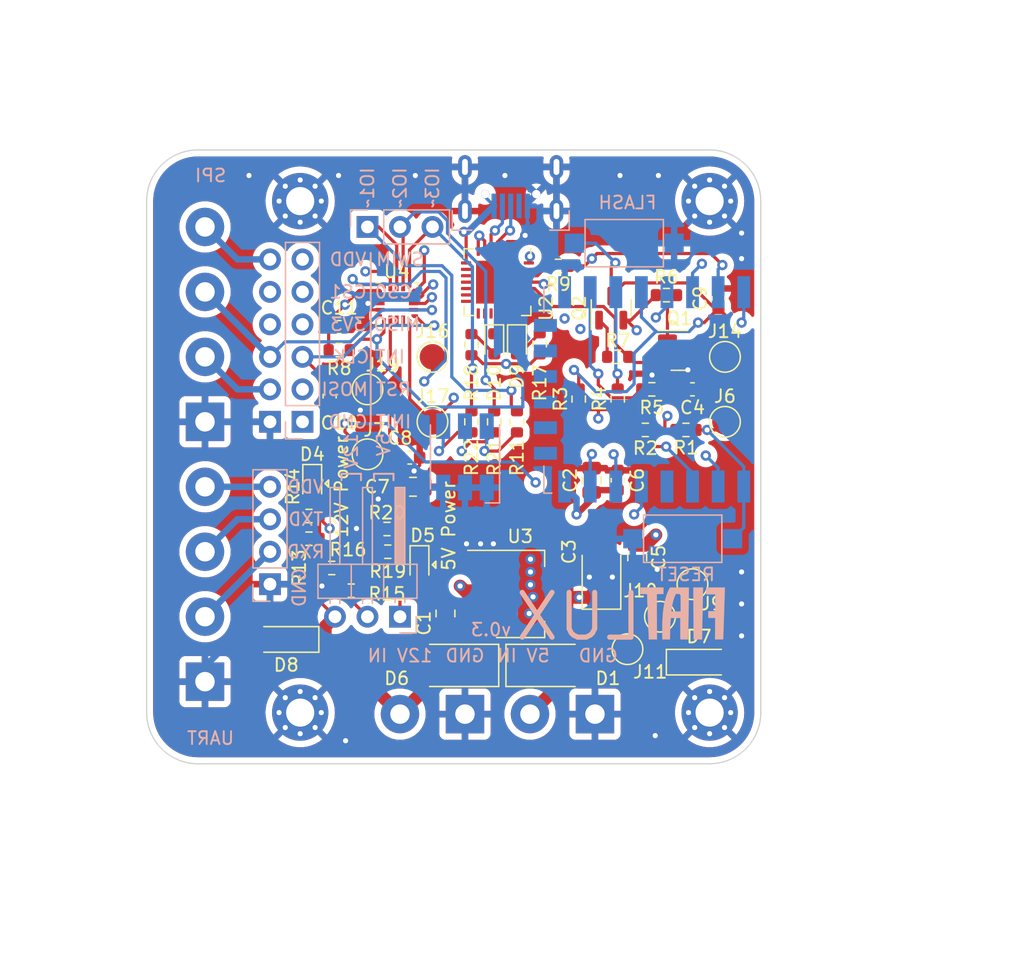
<source format=kicad_pcb>
(kicad_pcb (version 20211014) (generator pcbnew)

  (general
    (thickness 1.76)
  )

  (paper "A4")
  (layers
    (0 "F.Cu" signal)
    (1 "In1.Cu" signal)
    (2 "In2.Cu" signal)
    (31 "B.Cu" signal)
    (32 "B.Adhes" user "B.Adhesive")
    (33 "F.Adhes" user "F.Adhesive")
    (34 "B.Paste" user)
    (35 "F.Paste" user)
    (36 "B.SilkS" user "B.Silkscreen")
    (37 "F.SilkS" user "F.Silkscreen")
    (38 "B.Mask" user)
    (39 "F.Mask" user)
    (40 "Dwgs.User" user "User.Drawings")
    (41 "Cmts.User" user "User.Comments")
    (42 "Eco1.User" user "User.Eco1")
    (43 "Eco2.User" user "User.Eco2")
    (44 "Edge.Cuts" user)
    (45 "Margin" user)
    (46 "B.CrtYd" user "B.Courtyard")
    (47 "F.CrtYd" user "F.Courtyard")
    (48 "B.Fab" user)
    (49 "F.Fab" user)
  )

  (setup
    (stackup
      (layer "F.SilkS" (type "Top Silk Screen"))
      (layer "F.Paste" (type "Top Solder Paste"))
      (layer "F.Mask" (type "Top Solder Mask") (color "Black") (thickness 0.01))
      (layer "F.Cu" (type "copper") (thickness 0.035))
      (layer "dielectric 1" (type "core") (thickness 0.4) (material "FR4") (epsilon_r 4.5) (loss_tangent 0.02))
      (layer "In1.Cu" (type "copper") (thickness 0.035))
      (layer "dielectric 2" (type "prepreg") (thickness 0.8) (material "FR4") (epsilon_r 4.5) (loss_tangent 0.02))
      (layer "In2.Cu" (type "copper") (thickness 0.035))
      (layer "dielectric 3" (type "core") (thickness 0.4) (material "FR4") (epsilon_r 4.5) (loss_tangent 0.02))
      (layer "B.Cu" (type "copper") (thickness 0.035))
      (layer "B.Mask" (type "Bottom Solder Mask") (color "Black") (thickness 0.01))
      (layer "B.Paste" (type "Bottom Solder Paste"))
      (layer "B.SilkS" (type "Bottom Silk Screen"))
      (copper_finish "None")
      (dielectric_constraints no)
    )
    (pad_to_mask_clearance 0)
    (pcbplotparams
      (layerselection 0x00010fc_ffffffff)
      (disableapertmacros false)
      (usegerberextensions false)
      (usegerberattributes true)
      (usegerberadvancedattributes true)
      (creategerberjobfile true)
      (svguseinch false)
      (svgprecision 6)
      (excludeedgelayer true)
      (plotframeref false)
      (viasonmask false)
      (mode 1)
      (useauxorigin false)
      (hpglpennumber 1)
      (hpglpenspeed 20)
      (hpglpendiameter 15.000000)
      (dxfpolygonmode true)
      (dxfimperialunits true)
      (dxfusepcbnewfont true)
      (psnegative false)
      (psa4output false)
      (plotreference true)
      (plotvalue true)
      (plotinvisibletext false)
      (sketchpadsonfab false)
      (subtractmaskfromsilk false)
      (outputformat 1)
      (mirror false)
      (drillshape 0)
      (scaleselection 1)
      (outputdirectory "gen")
    )
  )

  (net 0 "")
  (net 1 "GND")
  (net 2 "/Power/LDO_IN")
  (net 3 "+3V3")
  (net 4 "nRST")
  (net 5 "+5V")
  (net 6 "Net-(D12-Pad4)")
  (net 7 "Net-(D12-Pad5)")
  (net 8 "Net-(D4-Pad2)")
  (net 9 "SEN_5V")
  (net 10 "+12V")
  (net 11 "VOUT")
  (net 12 "TXD0")
  (net 13 "RXD0")
  (net 14 "SCLK")
  (net 15 "MOSI")
  (net 16 "ADC")
  (net 17 "RTS")
  (net 18 "DTR")
  (net 19 "EN")
  (net 20 "Net-(R9-Pad2)")
  (net 21 "SEN_12V")
  (net 22 "Net-(D12-Pad6)")
  (net 23 "CS0")
  (net 24 "GPIO1")
  (net 25 "FLSH")
  (net 26 "Net-(Q1-Pad1)")
  (net 27 "Net-(Q2-Pad1)")
  (net 28 "Net-(D9-Pad2)")
  (net 29 "/TXLED")
  (net 30 "Net-(D10-Pad2)")
  (net 31 "/RXLED")
  (net 32 "GPIO2")
  (net 33 "GPIO3")
  (net 34 "/Ext-IO/INIT_{IN}")
  (net 35 "SWIM")
  (net 36 "/Ext-IO/INIT_{OUT}")
  (net 37 "~{BUSRST}")
  (net 38 "~{INT}")
  (net 39 "MISO")
  (net 40 "Net-(R19-Pad1)")
  (net 41 "unconnected-(U1-Pad14)")
  (net 42 "unconnected-(U1-Pad13)")
  (net 43 "unconnected-(U1-Pad12)")
  (net 44 "unconnected-(U1-Pad11)")
  (net 45 "unconnected-(U1-Pad10)")
  (net 46 "unconnected-(U1-Pad9)")
  (net 47 "unconnected-(U1-Pad4)")
  (net 48 "unconnected-(U2-Pad2)")
  (net 49 "unconnected-(U2-Pad1)")
  (net 50 "unconnected-(U4-Pad2)")
  (net 51 "unconnected-(U4-Pad3)")
  (net 52 "Net-(C12-Pad1)")
  (net 53 "unconnected-(U4-Pad8)")
  (net 54 "unconnected-(U4-Pad9)")
  (net 55 "unconnected-(U2-Pad9)")
  (net 56 "unconnected-(U2-Pad27)")
  (net 57 "unconnected-(U2-Pad23)")
  (net 58 "unconnected-(U2-Pad22)")
  (net 59 "unconnected-(U2-Pad21)")
  (net 60 "unconnected-(U2-Pad20)")
  (net 61 "unconnected-(U2-Pad17)")
  (net 62 "unconnected-(U2-Pad16)")
  (net 63 "unconnected-(U2-Pad15)")
  (net 64 "unconnected-(U2-Pad14)")
  (net 65 "unconnected-(U2-Pad13)")
  (net 66 "unconnected-(U2-Pad12)")
  (net 67 "unconnected-(U2-Pad11)")
  (net 68 "unconnected-(U2-Pad10)")
  (net 69 "unconnected-(J13-Pad5)")
  (net 70 "unconnected-(J1-Pad4)")
  (net 71 "Net-(J1-Pad3)")
  (net 72 "Net-(J1-Pad2)")

  (footprint "Capacitor_SMD:C_0805_2012Metric" (layer "F.Cu") (at 54.356 63.246 90))

  (footprint "Capacitor_Tantalum_SMD:CP_EIA-3528-21_Kemet-B" (layer "F.Cu") (at 66.548 60.452 90))

  (footprint "Capacitor_SMD:C_0603_1608Metric" (layer "F.Cu") (at 73.66 45.72 180))

  (footprint "Capacitor_SMD:C_0805_2012Metric" (layer "F.Cu") (at 69.342 58.862 -90))

  (footprint "Capacitor_SMD:C_0603_1608Metric" (layer "F.Cu") (at 67.818 52.832 90))

  (footprint "Capacitor_SMD:C_0805_2012Metric" (layer "F.Cu") (at 51.816 53.34))

  (footprint "Diode_SMD:D_SMA" (layer "F.Cu") (at 62.484 67.31))

  (footprint "Diode_SMD:D_SMA" (layer "F.Cu") (at 55.118 67.31 180))

  (footprint "Diode_SMD:D_MiniMELF" (layer "F.Cu") (at 74.168 67.056))

  (footprint "Diode_SMD:D_MiniMELF" (layer "F.Cu") (at 41.91 65.278 180))

  (footprint "MountingHole:MountingHole_2.2mm_M2_Pad_Via" (layer "F.Cu") (at 75 31))

  (footprint "MountingHole:MountingHole_2.2mm_M2_Pad_Via" (layer "F.Cu") (at 43 31))

  (footprint "MountingHole:MountingHole_2.2mm_M2_Pad_Via" (layer "F.Cu") (at 43 71))

  (footprint "MountingHole:MountingHole_2.2mm_M2_Pad_Via" (layer "F.Cu") (at 75 71))

  (footprint "TestPoint:TestPoint_Pad_D2.0mm" (layer "F.Cu") (at 76.2 48.26))

  (footprint "TestPoint:TestPoint_Pad_D2.0mm" (layer "F.Cu") (at 48.26 50.8))

  (footprint "TestPoint:TestPoint_Pad_D2.0mm" (layer "F.Cu") (at 73.66 60.96))

  (footprint "TestPoint:TestPoint_Pad_D2.0mm" (layer "F.Cu") (at 71.12 63.5))

  (footprint "TestPoint:TestPoint_Pad_D2.0mm" (layer "F.Cu") (at 68.58 66.04))

  (footprint "Resistor_SMD:R_0603_1608Metric" (layer "F.Cu") (at 73.152 48.895))

  (footprint "Resistor_SMD:R_0603_1608Metric" (layer "F.Cu") (at 69.977 48.895 180))

  (footprint "Resistor_SMD:R_0603_1608Metric" (layer "F.Cu") (at 64.77 46.482 90))

  (footprint "Resistor_SMD:R_0603_1608Metric" (layer "F.Cu") (at 67.818 46.482 90))

  (footprint "Resistor_SMD:R_0603_1608Metric" (layer "F.Cu") (at 70.485 45.72 180))

  (footprint "Resistor_SMD:R_0603_1608Metric" (layer "F.Cu") (at 71.628 38.354))

  (footprint "Resistor_SMD:R_0603_1608Metric" (layer "F.Cu") (at 67.818 43.18 180))

  (footprint "Resistor_SMD:R_0603_1608Metric" (layer "F.Cu") (at 46.99 61.468 180))

  (footprint "Resistor_SMD:R_0603_1608Metric" (layer "F.Cu") (at 45.466 59.69))

  (footprint "Package_DFN_QFN:QFN-28-1EP_5x5mm_P0.5mm_EP3.35x3.35mm" (layer "F.Cu") (at 58.42 37.338 -90))

  (footprint "Package_TO_SOT_SMD:SOT-223-3_TabPin2" (layer "F.Cu") (at 60.198 61.722))

  (footprint "Resistor_SMD:R_0603_1608Metric" (layer "F.Cu") (at 63.183 36.068 180))

  (footprint "Capacitor_SMD:C_0805_2012Metric" (layer "F.Cu") (at 65.786 52.832 90))

  (footprint "Capacitor_SMD:C_0603_1608Metric" (layer "F.Cu") (at 75.692 38.608 90))

  (footprint "TestPoint:TestPoint_Pad_D2.0mm" (layer "F.Cu") (at 76.2 43.18))

  (footprint "Package_TO_SOT_SMD:SOT-23" (layer "F.Cu") (at 72.644 42.672))

  (footprint "Package_TO_SOT_SMD:SOT-23" (layer "F.Cu") (at 67.31 39.37 90))

  (footprint "LED_SMD:LED_0603_1608Metric" (layer "F.Cu") (at 58.166 42.164 -90))

  (footprint "Resistor_SMD:R_0603_1608Metric" (layer "F.Cu") (at 61.722 42.164 -90))

  (footprint "Resistor_SMD:R_0603_1608Metric" (layer "F.Cu") (at 56.388 42.227 -90))

  (footprint "LED_SMD:LED_0603_1608Metric" (layer "F.Cu") (at 59.944 42.164 -90))

  (footprint "Capacitor_SMD:C_0603_1608Metric" (layer "F.Cu") (at 51.562 51.054))

  (footprint "Package_DFN_QFN:ST_UFQFPN-20_3x3mm_P0.5mm" (layer "F.Cu") (at 50.546 39))

  (footprint "TestPoint:TestPoint_Pad_D2.0mm" (layer "F.Cu") (at 48.26 45.72))

  (footprint "Resistor_SMD:R_0603_1608Metric" (layer "F.Cu") (at 49.784 56.642 180))

  (footprint "Resistor_SMD:R_0603_1608Metric" (layer "F.Cu") (at 59.944 48.26 90))

  (footprint "Resistor_SMD:R_0603_1608Metric" (layer "F.Cu") (at 43.688 57.404 180))

  (footprint "TestPoint:TestPoint_Pad_D2.0mm" (layer "F.Cu") (at 53.34 48.26))

  (footprint "LED_SMD:LED_0603_1608Metric" (layer "F.Cu") (at 43.942 53.086 -90))

  (footprint "Capacitor_SMD:C_0603_1608Metric" (layer "F.Cu") (at 46.05 40.85))

  (footprint "Capacitor_SMD:C_0603_1608Metric" (layer "F.Cu") (at 45.3 46.25 -90))

  (footprint "Resistor_SMD:R_0603_1608Metric" (layer "F.Cu") (at 43.688 55.626))

  (footprint "Resistor_SMD:R_0603_1608Metric" (layer "F.Cu") (at 46.05 42.65 180))

  (footprint "LED_SMD:LED_0603_1608Metric" (layer "F.Cu") (at 52.324 59.436 -90))

  (footprint "Resistor_SMD:R_0603_1608Metric" (layer "F.Cu") (at 49.847 58.42))

  (footprint "Resistor_SMD:R_0603_1608Metric" (layer "F.Cu") (at 58.166 48.26 90))

  (footprint "TestPoint:TestPoint_Pad_D2.0mm" (layer "F.Cu") (at 53.34 43.18))

  (footprint "Resistor_SMD:R_0603_1608Metric" (layer "F.Cu") (at 56.388 48.26 90))

  (footprint "TerminalBlock:TerminalBlock_bornier-4_P5.08mm" (layer "B.Cu") (at 35.56 68.58 90))

  (footprint "TerminalBlock:TerminalBlock_bornier-2_P5.08mm" (layer "B.Cu") (at 66.04 71.12 180))

  (footprint "TerminalBlock:TerminalBlock_bornier-4_P5.08mm" (layer "B.Cu") (at 35.56 48.26 90))

  (footprint "Connector_PinHeader_2.54mm:PinHeader_1x03_P2.54mm_Horizontal" (layer "B.Cu") (at 50.8 63.5 90))

  (footprint "RF_Module:ESP-12E" locked (layer "B.Cu")
    (tedit 5A030172) (tstamp 00000000-0000-0000-0000-00006091b490)
    (at 74.168 45.72 90)
    (descr "Wi-Fi Module, http://wiki.ai-thinker.com/_media/esp8266/docs/aithinker_esp_12f_datasheet_en.pdf")
    (tags "Wi-Fi Module")
    (property "LCSC" "-")
    (property "Sheetfile" "fiatlux.kicad_sch")
    (property "Sheetname" "")
    (path "/00000000-0000-0000-0000-00006091c48a")
    (attr smd)
    (fp_text reference "U1" (at -0.508 -13.97 270) (layer "B.SilkS") hide
      (effects (font (size 1 1) (thickness 0.15)) (justify mirror))
      (tstamp e397a328-de4e-4153-9b99-2240278b436d)
    )
    (fp_text value "ESP-12E" (at -0.06 12.78 270) (layer "B.Fab")
      (effects (font (size 1 1) (thickness 0.15)) (justify mirror))
      (tstamp d21452b4-2562-4d1e-ac89-e58499640147)
    )
    (fp_text user "Antenna" (at -0.06 7 270) (layer "Cmts.User")
      (effects (font (size 1 1) (thickness 0.15)))
      (tstamp 852d052d-a98c-4f70-8806-85d79b036dd3)
    )
    (fp_text user "KEEP-OUT ZONE" (at 0.03 9.55 270) (layer "Cmts.User")
      (effects (font (size 1 1) (thickness 0.15)))
      (tstamp 8e0dca7d-74ef-4f4e-a6dd-d1ef77b93fce)
    )
    (fp_text user "${REFERENCE}" (at 
... [1183292 chars truncated]
</source>
